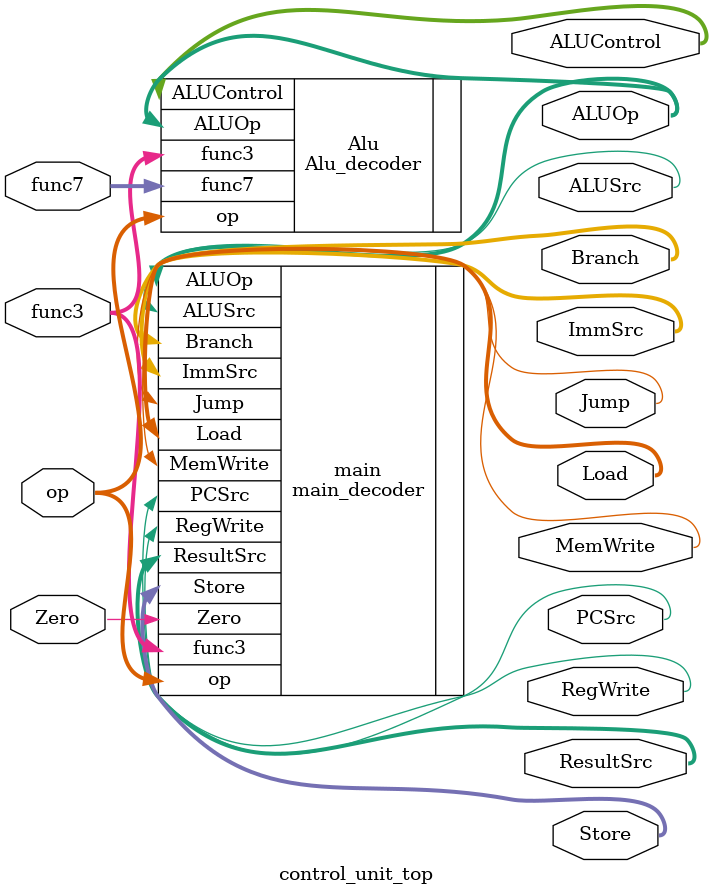
<source format=v>
`include "src/main_decoder.v"
`include "src/alu_decoder.v"

module control_unit_top(op,RegWrite,MemWrite,ResultSrc,ALUSrc,Branch,ImmSrc,func3,func7,ALUOp,ALUControl,PCSrc,Jump,Zero,Load,Store);

    input [6:0]op,func7;
    input Zero;
    input [2:0]func3;
    output RegWrite,ALUSrc,MemWrite,PCSrc,Jump;
    output [1:0]ImmSrc,ALUOp,ResultSrc;
    output [3:0]ALUControl;
    output [5:0] Branch;
    output [4:0] Load;
    output [2:0] Store;

    wire [1:0] ALUOp;

    main_decoder main (
                    .op(op),
                    .Zero(Zero),
                    .RegWrite(RegWrite),
                    .MemWrite(MemWrite),
                    .ResultSrc(ResultSrc),
                    .ALUSrc(ALUSrc), 
                    .ImmSrc(ImmSrc),
                    .ALUOp(ALUOp), 
                    .Branch(Branch),
                    .PCSrc(PCSrc),
                    .Jump(Jump),
                    .func3(func3),
                    .Load(Load),
                    .Store(Store)
    );

    Alu_decoder Alu(
                    .func3(func3),
                    .func7(func7),
                    .ALUOp(ALUOp),
                    .ALUControl(ALUControl),
                    .op(op)
             
    );

endmodule

</source>
